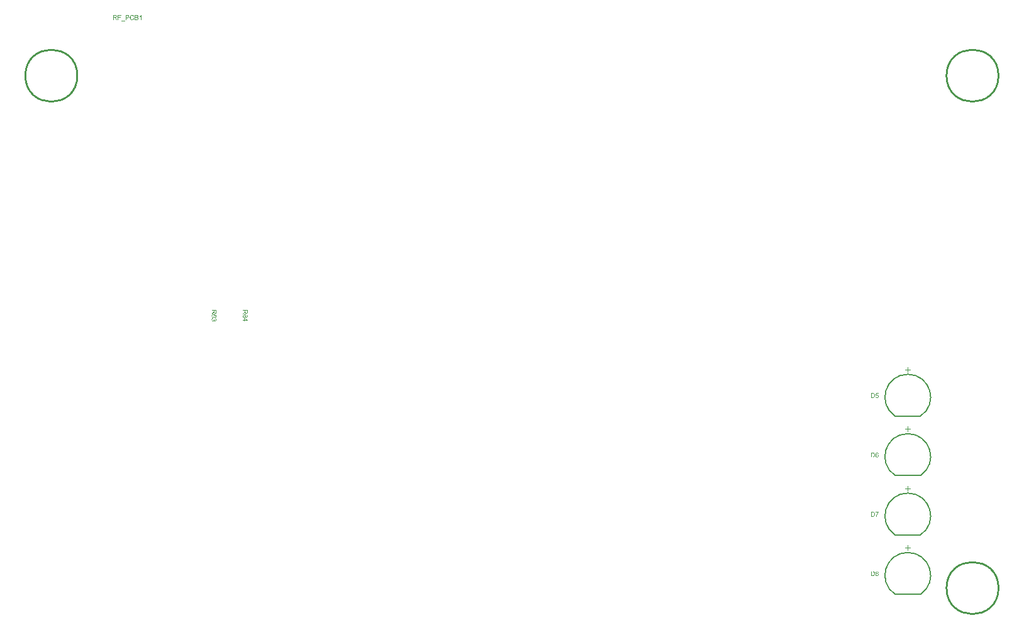
<source format=gto>
G04*
G04 #@! TF.GenerationSoftware,Altium Limited,Altium Designer,21.9.1 (22)*
G04*
G04 Layer_Color=65535*
%FSLAX25Y25*%
%MOIN*%
G70*
G04*
G04 #@! TF.SameCoordinates,3683F5DD-B2EF-4FE9-AD71-088996B23F6A*
G04*
G04*
G04 #@! TF.FilePolarity,Positive*
G04*
G01*
G75*
%ADD10C,0.00591*%
%ADD11C,0.01000*%
%ADD12C,0.00394*%
G36*
X1160620Y651353D02*
X1159612D01*
X1159477Y650672D01*
X1159481Y650676D01*
X1159488Y650679D01*
X1159499Y650687D01*
X1159517Y650698D01*
X1159539Y650708D01*
X1159565Y650723D01*
X1159623Y650752D01*
X1159696Y650781D01*
X1159776Y650807D01*
X1159863Y650825D01*
X1159907Y650832D01*
X1159987D01*
X1160009Y650829D01*
X1160038Y650825D01*
X1160071Y650821D01*
X1160107Y650814D01*
X1160147Y650803D01*
X1160235Y650778D01*
X1160282Y650759D01*
X1160329Y650734D01*
X1160376Y650708D01*
X1160424Y650679D01*
X1160467Y650643D01*
X1160511Y650603D01*
X1160515Y650599D01*
X1160522Y650592D01*
X1160533Y650581D01*
X1160548Y650563D01*
X1160566Y650537D01*
X1160584Y650512D01*
X1160606Y650479D01*
X1160628Y650443D01*
X1160646Y650403D01*
X1160668Y650359D01*
X1160686Y650308D01*
X1160704Y650257D01*
X1160719Y650203D01*
X1160730Y650141D01*
X1160737Y650079D01*
X1160740Y650013D01*
Y650010D01*
Y649999D01*
Y649980D01*
X1160737Y649955D01*
X1160733Y649926D01*
X1160730Y649893D01*
X1160722Y649853D01*
X1160715Y649813D01*
X1160693Y649718D01*
X1160657Y649620D01*
X1160635Y649569D01*
X1160606Y649522D01*
X1160577Y649471D01*
X1160540Y649424D01*
X1160537Y649420D01*
X1160529Y649409D01*
X1160515Y649394D01*
X1160497Y649376D01*
X1160471Y649354D01*
X1160442Y649325D01*
X1160406Y649300D01*
X1160365Y649271D01*
X1160322Y649241D01*
X1160271Y649216D01*
X1160216Y649191D01*
X1160158Y649165D01*
X1160096Y649147D01*
X1160027Y649132D01*
X1159954Y649121D01*
X1159878Y649118D01*
X1159845D01*
X1159820Y649121D01*
X1159790Y649125D01*
X1159758Y649129D01*
X1159718Y649132D01*
X1159678Y649143D01*
X1159587Y649165D01*
X1159496Y649198D01*
X1159448Y649220D01*
X1159401Y649245D01*
X1159357Y649274D01*
X1159313Y649307D01*
X1159310Y649311D01*
X1159303Y649314D01*
X1159295Y649329D01*
X1159281Y649343D01*
X1159263Y649362D01*
X1159244Y649383D01*
X1159223Y649413D01*
X1159204Y649445D01*
X1159182Y649478D01*
X1159161Y649518D01*
X1159121Y649606D01*
X1159088Y649707D01*
X1159077Y649762D01*
X1159070Y649820D01*
X1159394Y649846D01*
Y649842D01*
Y649835D01*
X1159397Y649824D01*
X1159401Y649806D01*
X1159412Y649766D01*
X1159426Y649711D01*
X1159448Y649656D01*
X1159477Y649595D01*
X1159514Y649540D01*
X1159557Y649489D01*
X1159565Y649485D01*
X1159579Y649471D01*
X1159608Y649453D01*
X1159648Y649431D01*
X1159692Y649409D01*
X1159747Y649391D01*
X1159809Y649376D01*
X1159878Y649372D01*
X1159900D01*
X1159914Y649376D01*
X1159958Y649380D01*
X1160009Y649394D01*
X1160071Y649413D01*
X1160133Y649442D01*
X1160198Y649485D01*
X1160227Y649511D01*
X1160256Y649540D01*
X1160260Y649544D01*
X1160264Y649547D01*
X1160271Y649558D01*
X1160282Y649569D01*
X1160307Y649609D01*
X1160336Y649660D01*
X1160362Y649722D01*
X1160387Y649798D01*
X1160406Y649889D01*
X1160413Y649937D01*
Y649988D01*
Y649991D01*
Y649999D01*
Y650013D01*
X1160409Y650031D01*
Y650053D01*
X1160406Y650079D01*
X1160395Y650137D01*
X1160376Y650206D01*
X1160351Y650275D01*
X1160314Y650341D01*
X1160264Y650403D01*
Y650406D01*
X1160256Y650410D01*
X1160238Y650428D01*
X1160205Y650454D01*
X1160162Y650483D01*
X1160103Y650508D01*
X1160038Y650534D01*
X1159962Y650552D01*
X1159918Y650559D01*
X1159849D01*
X1159820Y650556D01*
X1159783Y650552D01*
X1159739Y650541D01*
X1159696Y650530D01*
X1159648Y650512D01*
X1159601Y650490D01*
X1159597Y650486D01*
X1159583Y650479D01*
X1159561Y650461D01*
X1159532Y650443D01*
X1159503Y650417D01*
X1159474Y650385D01*
X1159441Y650352D01*
X1159416Y650312D01*
X1159124Y650352D01*
X1159368Y651648D01*
X1160620D01*
Y651353D01*
D02*
G37*
G36*
X1157690Y651677D02*
X1157763Y651673D01*
X1157836Y651666D01*
X1157909Y651655D01*
X1157970Y651644D01*
X1157974D01*
X1157981Y651640D01*
X1157992D01*
X1158007Y651633D01*
X1158047Y651622D01*
X1158098Y651604D01*
X1158156Y651578D01*
X1158218Y651546D01*
X1158280Y651509D01*
X1158338Y651462D01*
X1158342Y651458D01*
X1158345Y651455D01*
X1158356Y651444D01*
X1158371Y651433D01*
X1158407Y651396D01*
X1158451Y651345D01*
X1158498Y651284D01*
X1158549Y651211D01*
X1158597Y651127D01*
X1158636Y651032D01*
Y651029D01*
X1158640Y651021D01*
X1158647Y651007D01*
X1158651Y650985D01*
X1158662Y650960D01*
X1158669Y650931D01*
X1158677Y650898D01*
X1158687Y650858D01*
X1158698Y650818D01*
X1158706Y650770D01*
X1158724Y650668D01*
X1158735Y650556D01*
X1158738Y650432D01*
Y650428D01*
Y650421D01*
Y650403D01*
Y650385D01*
X1158735Y650359D01*
Y650330D01*
X1158731Y650261D01*
X1158720Y650181D01*
X1158709Y650097D01*
X1158691Y650010D01*
X1158669Y649922D01*
Y649919D01*
X1158666Y649911D01*
X1158662Y649900D01*
X1158658Y649886D01*
X1158644Y649846D01*
X1158622Y649795D01*
X1158600Y649736D01*
X1158571Y649678D01*
X1158535Y649616D01*
X1158498Y649558D01*
X1158494Y649551D01*
X1158480Y649533D01*
X1158458Y649507D01*
X1158429Y649474D01*
X1158396Y649438D01*
X1158356Y649402D01*
X1158316Y649362D01*
X1158269Y649329D01*
X1158262Y649325D01*
X1158247Y649314D01*
X1158222Y649300D01*
X1158185Y649282D01*
X1158142Y649260D01*
X1158090Y649241D01*
X1158032Y649220D01*
X1157967Y649201D01*
X1157959D01*
X1157948Y649198D01*
X1157938Y649194D01*
X1157901Y649191D01*
X1157850Y649183D01*
X1157792Y649176D01*
X1157723Y649169D01*
X1157646Y649165D01*
X1157563Y649161D01*
X1156656D01*
Y651680D01*
X1157625D01*
X1157690Y651677D01*
D02*
G37*
G36*
X1160021Y620182D02*
X1160047D01*
X1160076Y620179D01*
X1160145Y620164D01*
X1160222Y620146D01*
X1160302Y620117D01*
X1160382Y620073D01*
X1160422Y620048D01*
X1160458Y620018D01*
X1160462Y620015D01*
X1160466Y620011D01*
X1160476Y620000D01*
X1160487Y619989D01*
X1160506Y619971D01*
X1160520Y619949D01*
X1160560Y619898D01*
X1160600Y619833D01*
X1160637Y619753D01*
X1160669Y619662D01*
X1160691Y619560D01*
X1160382Y619534D01*
Y619538D01*
X1160378Y619542D01*
X1160375Y619563D01*
X1160364Y619596D01*
X1160349Y619636D01*
X1160335Y619680D01*
X1160313Y619724D01*
X1160287Y619764D01*
X1160262Y619796D01*
X1160254Y619804D01*
X1160240Y619818D01*
X1160214Y619840D01*
X1160178Y619865D01*
X1160131Y619887D01*
X1160080Y619909D01*
X1160018Y619924D01*
X1159952Y619931D01*
X1159927D01*
X1159898Y619927D01*
X1159865Y619920D01*
X1159821Y619909D01*
X1159778Y619895D01*
X1159734Y619876D01*
X1159690Y619847D01*
X1159683Y619844D01*
X1159665Y619829D01*
X1159639Y619804D01*
X1159607Y619767D01*
X1159570Y619724D01*
X1159530Y619672D01*
X1159494Y619607D01*
X1159457Y619534D01*
Y619531D01*
X1159454Y619523D01*
X1159450Y619512D01*
X1159443Y619498D01*
X1159439Y619476D01*
X1159432Y619451D01*
X1159425Y619421D01*
X1159417Y619385D01*
X1159406Y619345D01*
X1159399Y619301D01*
X1159392Y619254D01*
X1159388Y619203D01*
X1159381Y619145D01*
X1159377Y619087D01*
X1159374Y619021D01*
Y618956D01*
X1159377Y618959D01*
X1159392Y618981D01*
X1159417Y619010D01*
X1159450Y619046D01*
X1159486Y619090D01*
X1159534Y619130D01*
X1159585Y619170D01*
X1159643Y619207D01*
X1159647D01*
X1159650Y619210D01*
X1159672Y619221D01*
X1159705Y619232D01*
X1159748Y619250D01*
X1159799Y619265D01*
X1159858Y619276D01*
X1159920Y619287D01*
X1159985Y619290D01*
X1160014D01*
X1160036Y619287D01*
X1160065Y619283D01*
X1160094Y619279D01*
X1160131Y619272D01*
X1160167Y619261D01*
X1160251Y619236D01*
X1160295Y619217D01*
X1160338Y619192D01*
X1160382Y619167D01*
X1160429Y619137D01*
X1160473Y619101D01*
X1160513Y619061D01*
X1160517Y619057D01*
X1160524Y619050D01*
X1160535Y619039D01*
X1160546Y619021D01*
X1160564Y618996D01*
X1160582Y618970D01*
X1160600Y618937D01*
X1160622Y618901D01*
X1160644Y618861D01*
X1160662Y618817D01*
X1160680Y618766D01*
X1160699Y618715D01*
X1160709Y618661D01*
X1160720Y618599D01*
X1160728Y618537D01*
X1160731Y618471D01*
Y618468D01*
Y618460D01*
Y618449D01*
Y618431D01*
X1160728Y618409D01*
Y618388D01*
X1160717Y618329D01*
X1160706Y618260D01*
X1160688Y618187D01*
X1160662Y618107D01*
X1160626Y618031D01*
Y618027D01*
X1160622Y618024D01*
X1160615Y618013D01*
X1160608Y617998D01*
X1160586Y617962D01*
X1160553Y617914D01*
X1160513Y617864D01*
X1160466Y617812D01*
X1160407Y617762D01*
X1160345Y617718D01*
X1160342D01*
X1160338Y617714D01*
X1160327Y617707D01*
X1160313Y617703D01*
X1160276Y617685D01*
X1160229Y617667D01*
X1160167Y617645D01*
X1160098Y617630D01*
X1160021Y617616D01*
X1159938Y617612D01*
X1159920D01*
X1159901Y617616D01*
X1159872D01*
X1159840Y617620D01*
X1159803Y617627D01*
X1159759Y617638D01*
X1159716Y617649D01*
X1159665Y617663D01*
X1159614Y617682D01*
X1159563Y617703D01*
X1159508Y617732D01*
X1159457Y617765D01*
X1159406Y617802D01*
X1159355Y617845D01*
X1159308Y617896D01*
X1159304Y617900D01*
X1159297Y617911D01*
X1159286Y617925D01*
X1159272Y617951D01*
X1159250Y617984D01*
X1159232Y618020D01*
X1159210Y618067D01*
X1159188Y618118D01*
X1159163Y618180D01*
X1159141Y618249D01*
X1159122Y618326D01*
X1159104Y618409D01*
X1159086Y618504D01*
X1159075Y618606D01*
X1159068Y618715D01*
X1159064Y618832D01*
Y618835D01*
Y618839D01*
Y618850D01*
Y618864D01*
X1159068Y618901D01*
Y618952D01*
X1159072Y619010D01*
X1159079Y619079D01*
X1159086Y619156D01*
X1159097Y619239D01*
X1159111Y619323D01*
X1159130Y619414D01*
X1159152Y619501D01*
X1159177Y619589D01*
X1159210Y619672D01*
X1159246Y619753D01*
X1159286Y619829D01*
X1159334Y619895D01*
X1159337Y619898D01*
X1159344Y619906D01*
X1159359Y619920D01*
X1159377Y619942D01*
X1159399Y619964D01*
X1159428Y619986D01*
X1159465Y620015D01*
X1159501Y620040D01*
X1159545Y620066D01*
X1159592Y620095D01*
X1159647Y620117D01*
X1159701Y620142D01*
X1159763Y620160D01*
X1159829Y620175D01*
X1159898Y620182D01*
X1159971Y620186D01*
X1160000D01*
X1160021Y620182D01*
D02*
G37*
G36*
X1157699Y620171D02*
X1157772Y620168D01*
X1157845Y620160D01*
X1157918Y620149D01*
X1157979Y620139D01*
X1157983D01*
X1157990Y620135D01*
X1158001D01*
X1158016Y620127D01*
X1158056Y620117D01*
X1158107Y620098D01*
X1158165Y620073D01*
X1158227Y620040D01*
X1158289Y620004D01*
X1158347Y619956D01*
X1158351Y619953D01*
X1158354Y619949D01*
X1158365Y619938D01*
X1158380Y619927D01*
X1158416Y619891D01*
X1158460Y619840D01*
X1158507Y619778D01*
X1158558Y619705D01*
X1158606Y619622D01*
X1158646Y619527D01*
Y619523D01*
X1158649Y619516D01*
X1158657Y619501D01*
X1158660Y619480D01*
X1158671Y619454D01*
X1158678Y619425D01*
X1158686Y619392D01*
X1158697Y619352D01*
X1158708Y619312D01*
X1158715Y619265D01*
X1158733Y619163D01*
X1158744Y619050D01*
X1158747Y618926D01*
Y618923D01*
Y618915D01*
Y618897D01*
Y618879D01*
X1158744Y618854D01*
Y618824D01*
X1158740Y618755D01*
X1158729Y618675D01*
X1158718Y618591D01*
X1158700Y618504D01*
X1158678Y618417D01*
Y618413D01*
X1158675Y618406D01*
X1158671Y618395D01*
X1158667Y618380D01*
X1158653Y618340D01*
X1158631Y618289D01*
X1158609Y618231D01*
X1158580Y618173D01*
X1158544Y618111D01*
X1158507Y618053D01*
X1158504Y618045D01*
X1158489Y618027D01*
X1158467Y618002D01*
X1158438Y617969D01*
X1158405Y617933D01*
X1158365Y617896D01*
X1158325Y617856D01*
X1158278Y617823D01*
X1158271Y617820D01*
X1158256Y617809D01*
X1158231Y617794D01*
X1158194Y617776D01*
X1158151Y617754D01*
X1158100Y617736D01*
X1158041Y617714D01*
X1157976Y617696D01*
X1157969D01*
X1157958Y617692D01*
X1157947Y617689D01*
X1157910Y617685D01*
X1157859Y617678D01*
X1157801Y617670D01*
X1157732Y617663D01*
X1157656Y617660D01*
X1157572Y617656D01*
X1156665D01*
Y620175D01*
X1157634D01*
X1157699Y620171D01*
D02*
G37*
G36*
X1160731Y588482D02*
X1160728Y588478D01*
X1160720Y588471D01*
X1160706Y588456D01*
X1160691Y588435D01*
X1160669Y588409D01*
X1160640Y588380D01*
X1160611Y588343D01*
X1160578Y588300D01*
X1160546Y588256D01*
X1160506Y588205D01*
X1160466Y588147D01*
X1160426Y588089D01*
X1160382Y588023D01*
X1160338Y587954D01*
X1160295Y587878D01*
X1160251Y587801D01*
X1160247Y587797D01*
X1160240Y587783D01*
X1160229Y587761D01*
X1160211Y587728D01*
X1160193Y587688D01*
X1160171Y587645D01*
X1160145Y587594D01*
X1160120Y587535D01*
X1160091Y587470D01*
X1160058Y587404D01*
X1160029Y587332D01*
X1160000Y587255D01*
X1159941Y587099D01*
X1159887Y586931D01*
Y586928D01*
X1159883Y586917D01*
X1159880Y586898D01*
X1159872Y586877D01*
X1159865Y586847D01*
X1159858Y586811D01*
X1159847Y586771D01*
X1159840Y586727D01*
X1159829Y586676D01*
X1159818Y586622D01*
X1159799Y586505D01*
X1159781Y586378D01*
X1159770Y586240D01*
X1159454D01*
Y586243D01*
Y586254D01*
Y586269D01*
X1159457Y586291D01*
Y586320D01*
X1159461Y586356D01*
X1159465Y586396D01*
X1159468Y586440D01*
X1159476Y586491D01*
X1159483Y586542D01*
X1159494Y586604D01*
X1159505Y586665D01*
X1159516Y586731D01*
X1159530Y586804D01*
X1159566Y586953D01*
Y586957D01*
X1159570Y586971D01*
X1159577Y586993D01*
X1159588Y587026D01*
X1159599Y587062D01*
X1159614Y587106D01*
X1159628Y587157D01*
X1159650Y587212D01*
X1159672Y587273D01*
X1159694Y587335D01*
X1159748Y587473D01*
X1159814Y587619D01*
X1159887Y587765D01*
X1159890Y587768D01*
X1159898Y587783D01*
X1159909Y587801D01*
X1159923Y587830D01*
X1159941Y587863D01*
X1159967Y587903D01*
X1159992Y587947D01*
X1160021Y587994D01*
X1160091Y588100D01*
X1160163Y588209D01*
X1160247Y588322D01*
X1160335Y588427D01*
X1159101D01*
Y588726D01*
X1160731D01*
Y588482D01*
D02*
G37*
G36*
X1157699Y588755D02*
X1157772Y588751D01*
X1157845Y588744D01*
X1157918Y588733D01*
X1157979Y588722D01*
X1157983D01*
X1157990Y588718D01*
X1158001D01*
X1158016Y588711D01*
X1158056Y588700D01*
X1158107Y588682D01*
X1158165Y588657D01*
X1158227Y588624D01*
X1158289Y588587D01*
X1158347Y588540D01*
X1158351Y588536D01*
X1158354Y588533D01*
X1158365Y588522D01*
X1158380Y588511D01*
X1158416Y588475D01*
X1158460Y588424D01*
X1158507Y588362D01*
X1158558Y588289D01*
X1158606Y588205D01*
X1158646Y588110D01*
Y588107D01*
X1158649Y588100D01*
X1158657Y588085D01*
X1158660Y588063D01*
X1158671Y588038D01*
X1158678Y588009D01*
X1158686Y587976D01*
X1158697Y587936D01*
X1158708Y587896D01*
X1158715Y587849D01*
X1158733Y587747D01*
X1158744Y587634D01*
X1158747Y587510D01*
Y587506D01*
Y587499D01*
Y587481D01*
Y587463D01*
X1158744Y587437D01*
Y587408D01*
X1158740Y587339D01*
X1158729Y587259D01*
X1158718Y587175D01*
X1158700Y587088D01*
X1158678Y587000D01*
Y586997D01*
X1158675Y586989D01*
X1158671Y586978D01*
X1158667Y586964D01*
X1158653Y586924D01*
X1158631Y586873D01*
X1158609Y586815D01*
X1158580Y586757D01*
X1158544Y586695D01*
X1158507Y586636D01*
X1158504Y586629D01*
X1158489Y586611D01*
X1158467Y586585D01*
X1158438Y586553D01*
X1158405Y586516D01*
X1158365Y586480D01*
X1158325Y586440D01*
X1158278Y586407D01*
X1158271Y586403D01*
X1158256Y586392D01*
X1158231Y586378D01*
X1158194Y586360D01*
X1158151Y586338D01*
X1158100Y586320D01*
X1158041Y586298D01*
X1157976Y586280D01*
X1157969D01*
X1157958Y586276D01*
X1157947Y586272D01*
X1157910Y586269D01*
X1157859Y586261D01*
X1157801Y586254D01*
X1157732Y586247D01*
X1157656Y586243D01*
X1157572Y586240D01*
X1156665D01*
Y588759D01*
X1157634D01*
X1157699Y588755D01*
D02*
G37*
G36*
X1157697Y557271D02*
X1157770Y557268D01*
X1157843Y557260D01*
X1157916Y557249D01*
X1157978Y557238D01*
X1157981D01*
X1157989Y557235D01*
X1158000D01*
X1158014Y557228D01*
X1158054Y557217D01*
X1158105Y557198D01*
X1158163Y557173D01*
X1158225Y557140D01*
X1158287Y557104D01*
X1158345Y557057D01*
X1158349Y557053D01*
X1158353Y557049D01*
X1158364Y557038D01*
X1158378Y557027D01*
X1158414Y556991D01*
X1158458Y556940D01*
X1158506Y556878D01*
X1158556Y556805D01*
X1158604Y556722D01*
X1158644Y556627D01*
Y556623D01*
X1158647Y556616D01*
X1158655Y556601D01*
X1158658Y556580D01*
X1158669Y556554D01*
X1158677Y556525D01*
X1158684Y556492D01*
X1158695Y556452D01*
X1158706Y556412D01*
X1158713Y556365D01*
X1158731Y556263D01*
X1158742Y556150D01*
X1158746Y556026D01*
Y556023D01*
Y556015D01*
Y555997D01*
Y555979D01*
X1158742Y555954D01*
Y555924D01*
X1158738Y555855D01*
X1158727Y555775D01*
X1158717Y555691D01*
X1158698Y555604D01*
X1158677Y555517D01*
Y555513D01*
X1158673Y555506D01*
X1158669Y555495D01*
X1158666Y555480D01*
X1158651Y555440D01*
X1158629Y555389D01*
X1158607Y555331D01*
X1158578Y555273D01*
X1158542Y555211D01*
X1158506Y555153D01*
X1158502Y555145D01*
X1158487Y555127D01*
X1158465Y555102D01*
X1158436Y555069D01*
X1158403Y555033D01*
X1158364Y554996D01*
X1158323Y554956D01*
X1158276Y554923D01*
X1158269Y554920D01*
X1158254Y554909D01*
X1158229Y554894D01*
X1158192Y554876D01*
X1158149Y554854D01*
X1158098Y554836D01*
X1158039Y554814D01*
X1157974Y554796D01*
X1157967D01*
X1157956Y554792D01*
X1157945Y554789D01*
X1157909Y554785D01*
X1157858Y554778D01*
X1157799Y554771D01*
X1157730Y554763D01*
X1157654Y554760D01*
X1157570Y554756D01*
X1156664D01*
Y557275D01*
X1157632D01*
X1157697Y557271D01*
D02*
G37*
G36*
X1159951Y557282D02*
X1159980Y557278D01*
X1160012Y557275D01*
X1160049Y557271D01*
X1160085Y557260D01*
X1160173Y557238D01*
X1160260Y557206D01*
X1160304Y557184D01*
X1160347Y557158D01*
X1160387Y557126D01*
X1160427Y557093D01*
X1160431Y557089D01*
X1160435Y557086D01*
X1160446Y557075D01*
X1160460Y557060D01*
X1160475Y557038D01*
X1160493Y557016D01*
X1160529Y556962D01*
X1160566Y556893D01*
X1160598Y556813D01*
X1160624Y556722D01*
X1160628Y556674D01*
X1160631Y556623D01*
Y556620D01*
Y556616D01*
Y556594D01*
X1160628Y556561D01*
X1160620Y556521D01*
X1160609Y556470D01*
X1160591Y556419D01*
X1160569Y556368D01*
X1160537Y556318D01*
X1160533Y556310D01*
X1160518Y556296D01*
X1160497Y556274D01*
X1160467Y556245D01*
X1160427Y556212D01*
X1160380Y556179D01*
X1160326Y556146D01*
X1160260Y556117D01*
X1160264D01*
X1160271Y556114D01*
X1160282Y556110D01*
X1160296Y556103D01*
X1160340Y556085D01*
X1160391Y556059D01*
X1160446Y556023D01*
X1160504Y555983D01*
X1160558Y555932D01*
X1160609Y555873D01*
Y555870D01*
X1160613Y555866D01*
X1160628Y555844D01*
X1160649Y555808D01*
X1160671Y555761D01*
X1160693Y555702D01*
X1160715Y555633D01*
X1160730Y555557D01*
X1160733Y555473D01*
Y555469D01*
Y555458D01*
Y555440D01*
X1160730Y555418D01*
X1160726Y555393D01*
X1160722Y555360D01*
X1160715Y555324D01*
X1160704Y555284D01*
X1160678Y555200D01*
X1160660Y555153D01*
X1160635Y555109D01*
X1160609Y555062D01*
X1160580Y555018D01*
X1160544Y554974D01*
X1160504Y554931D01*
X1160500Y554927D01*
X1160493Y554920D01*
X1160482Y554909D01*
X1160464Y554898D01*
X1160438Y554880D01*
X1160413Y554861D01*
X1160380Y554843D01*
X1160344Y554821D01*
X1160304Y554800D01*
X1160256Y554781D01*
X1160205Y554763D01*
X1160154Y554745D01*
X1160096Y554734D01*
X1160034Y554723D01*
X1159972Y554716D01*
X1159903Y554712D01*
X1159867D01*
X1159841Y554716D01*
X1159809Y554720D01*
X1159772Y554723D01*
X1159732Y554731D01*
X1159688Y554741D01*
X1159590Y554767D01*
X1159539Y554785D01*
X1159492Y554803D01*
X1159441Y554829D01*
X1159390Y554858D01*
X1159343Y554891D01*
X1159299Y554931D01*
X1159295Y554934D01*
X1159288Y554942D01*
X1159277Y554952D01*
X1159263Y554971D01*
X1159248Y554993D01*
X1159226Y555018D01*
X1159208Y555047D01*
X1159186Y555084D01*
X1159164Y555120D01*
X1159146Y555164D01*
X1159110Y555255D01*
X1159095Y555309D01*
X1159084Y555364D01*
X1159077Y555422D01*
X1159073Y555480D01*
Y555484D01*
Y555491D01*
Y555506D01*
X1159077Y555520D01*
Y555542D01*
X1159081Y555568D01*
X1159088Y555626D01*
X1159102Y555691D01*
X1159124Y555757D01*
X1159157Y555826D01*
X1159197Y555892D01*
Y555895D01*
X1159204Y555899D01*
X1159219Y555917D01*
X1159248Y555946D01*
X1159288Y555983D01*
X1159339Y556019D01*
X1159401Y556059D01*
X1159470Y556092D01*
X1159554Y556117D01*
X1159550D01*
X1159546Y556121D01*
X1159536Y556125D01*
X1159521Y556132D01*
X1159488Y556146D01*
X1159445Y556168D01*
X1159397Y556197D01*
X1159350Y556234D01*
X1159306Y556274D01*
X1159266Y556318D01*
X1159263Y556325D01*
X1159252Y556339D01*
X1159237Y556368D01*
X1159223Y556405D01*
X1159204Y556452D01*
X1159190Y556507D01*
X1159179Y556569D01*
X1159175Y556634D01*
Y556638D01*
Y556645D01*
Y556660D01*
X1159179Y556681D01*
X1159182Y556703D01*
X1159186Y556733D01*
X1159201Y556794D01*
X1159223Y556867D01*
X1159259Y556944D01*
X1159281Y556984D01*
X1159306Y557024D01*
X1159339Y557060D01*
X1159372Y557096D01*
X1159375Y557100D01*
X1159383Y557104D01*
X1159394Y557115D01*
X1159408Y557126D01*
X1159426Y557140D01*
X1159452Y557155D01*
X1159481Y557173D01*
X1159510Y557191D01*
X1159546Y557209D01*
X1159587Y557228D01*
X1159630Y557242D01*
X1159678Y557257D01*
X1159779Y557278D01*
X1159838Y557282D01*
X1159896Y557286D01*
X1159929D01*
X1159951Y557282D01*
D02*
G37*
G36*
X826343Y694578D02*
X826340Y694549D01*
Y694516D01*
X826336Y694440D01*
X826325Y694360D01*
X826314Y694273D01*
X826296Y694192D01*
X826285Y694152D01*
X826274Y694120D01*
Y694116D01*
X826270Y694112D01*
X826260Y694091D01*
X826245Y694058D01*
X826219Y694018D01*
X826187Y693974D01*
X826143Y693927D01*
X826092Y693883D01*
X826034Y693839D01*
X826030D01*
X826027Y693836D01*
X826005Y693821D01*
X825968Y693807D01*
X825921Y693785D01*
X825866Y693767D01*
X825801Y693748D01*
X825732Y693737D01*
X825655Y693734D01*
X825652D01*
X825644D01*
X825630D01*
X825612Y693737D01*
X825586D01*
X825561Y693741D01*
X825499Y693756D01*
X825426Y693778D01*
X825350Y693807D01*
X825273Y693850D01*
X825237Y693879D01*
X825200Y693909D01*
X825197Y693912D01*
X825193Y693916D01*
X825182Y693927D01*
X825171Y693941D01*
X825157Y693960D01*
X825142Y693981D01*
X825124Y694010D01*
X825102Y694040D01*
X825084Y694076D01*
X825066Y694116D01*
X825044Y694160D01*
X825025Y694207D01*
X825011Y694262D01*
X824993Y694316D01*
X824982Y694378D01*
X824971Y694444D01*
X824967Y694436D01*
X824960Y694422D01*
X824945Y694400D01*
X824931Y694371D01*
X824891Y694305D01*
X824865Y694273D01*
X824844Y694243D01*
X824836Y694236D01*
X824818Y694218D01*
X824789Y694189D01*
X824753Y694152D01*
X824702Y694112D01*
X824647Y694065D01*
X824581Y694018D01*
X824509Y693967D01*
X823824Y693534D01*
Y693949D01*
X824349Y694280D01*
X824352D01*
X824359Y694287D01*
X824370Y694294D01*
X824385Y694305D01*
X824425Y694331D01*
X824476Y694363D01*
X824531Y694404D01*
X824589Y694444D01*
X824643Y694484D01*
X824694Y694520D01*
X824698Y694524D01*
X824712Y694535D01*
X824734Y694553D01*
X824760Y694578D01*
X824814Y694633D01*
X824840Y694662D01*
X824862Y694691D01*
X824865Y694695D01*
X824869Y694702D01*
X824876Y694717D01*
X824887Y694738D01*
X824898Y694760D01*
X824909Y694786D01*
X824927Y694844D01*
Y694848D01*
X824931Y694855D01*
Y694870D01*
X824934Y694888D01*
X824938Y694913D01*
Y694942D01*
X824942Y694982D01*
Y695412D01*
X823824D01*
Y695747D01*
X826343D01*
Y694578D01*
D02*
G37*
G36*
X825069Y693348D02*
X825120D01*
X825178Y693344D01*
X825248Y693337D01*
X825324Y693330D01*
X825408Y693319D01*
X825491Y693304D01*
X825582Y693286D01*
X825670Y693264D01*
X825757Y693239D01*
X825841Y693206D01*
X825921Y693170D01*
X825997Y693130D01*
X826063Y693082D01*
X826067Y693079D01*
X826074Y693071D01*
X826088Y693057D01*
X826110Y693039D01*
X826132Y693017D01*
X826154Y692988D01*
X826183Y692951D01*
X826208Y692915D01*
X826234Y692871D01*
X826263Y692824D01*
X826285Y692769D01*
X826310Y692715D01*
X826329Y692653D01*
X826343Y692587D01*
X826350Y692518D01*
X826354Y692445D01*
Y692416D01*
X826350Y692394D01*
Y692369D01*
X826347Y692340D01*
X826332Y692271D01*
X826314Y692194D01*
X826285Y692114D01*
X826241Y692034D01*
X826216Y691994D01*
X826187Y691958D01*
X826183Y691954D01*
X826179Y691950D01*
X826169Y691939D01*
X826158Y691928D01*
X826139Y691910D01*
X826118Y691896D01*
X826067Y691856D01*
X826001Y691816D01*
X825921Y691779D01*
X825830Y691746D01*
X825728Y691724D01*
X825703Y692034D01*
X825706D01*
X825710Y692038D01*
X825732Y692041D01*
X825764Y692052D01*
X825805Y692067D01*
X825848Y692081D01*
X825892Y692103D01*
X825932Y692129D01*
X825965Y692154D01*
X825972Y692161D01*
X825986Y692176D01*
X826008Y692201D01*
X826034Y692238D01*
X826056Y692285D01*
X826077Y692336D01*
X826092Y692398D01*
X826099Y692463D01*
Y692489D01*
X826096Y692518D01*
X826088Y692551D01*
X826077Y692594D01*
X826063Y692638D01*
X826045Y692682D01*
X826016Y692726D01*
X826012Y692733D01*
X825997Y692751D01*
X825972Y692776D01*
X825935Y692809D01*
X825892Y692846D01*
X825841Y692886D01*
X825775Y692922D01*
X825703Y692958D01*
X825699D01*
X825692Y692962D01*
X825681Y692966D01*
X825666Y692973D01*
X825644Y692977D01*
X825619Y692984D01*
X825590Y692991D01*
X825553Y692999D01*
X825513Y693009D01*
X825470Y693017D01*
X825422Y693024D01*
X825371Y693028D01*
X825313Y693035D01*
X825255Y693039D01*
X825189Y693042D01*
X825124D01*
X825127Y693039D01*
X825149Y693024D01*
X825178Y692999D01*
X825215Y692966D01*
X825259Y692929D01*
X825299Y692882D01*
X825339Y692831D01*
X825375Y692773D01*
Y692769D01*
X825379Y692766D01*
X825389Y692744D01*
X825400Y692711D01*
X825419Y692667D01*
X825433Y692616D01*
X825444Y692558D01*
X825455Y692496D01*
X825459Y692431D01*
Y692402D01*
X825455Y692380D01*
X825451Y692351D01*
X825448Y692321D01*
X825441Y692285D01*
X825430Y692249D01*
X825404Y692165D01*
X825386Y692121D01*
X825360Y692078D01*
X825335Y692034D01*
X825306Y691987D01*
X825269Y691943D01*
X825229Y691903D01*
X825226Y691899D01*
X825218Y691892D01*
X825208Y691881D01*
X825189Y691870D01*
X825164Y691852D01*
X825138Y691834D01*
X825106Y691816D01*
X825069Y691794D01*
X825029Y691772D01*
X824986Y691754D01*
X824934Y691735D01*
X824884Y691717D01*
X824829Y691706D01*
X824767Y691695D01*
X824705Y691688D01*
X824640Y691684D01*
X824636D01*
X824629D01*
X824618D01*
X824600D01*
X824578Y691688D01*
X824556D01*
X824498Y691699D01*
X824429Y691710D01*
X824356Y691728D01*
X824276Y691754D01*
X824199Y691790D01*
X824196D01*
X824192Y691794D01*
X824181Y691801D01*
X824166Y691808D01*
X824130Y691830D01*
X824083Y691863D01*
X824032Y691903D01*
X823981Y691950D01*
X823930Y692008D01*
X823886Y692070D01*
Y692074D01*
X823883Y692078D01*
X823875Y692089D01*
X823872Y692103D01*
X823853Y692139D01*
X823835Y692187D01*
X823813Y692249D01*
X823799Y692318D01*
X823784Y692394D01*
X823781Y692478D01*
Y692496D01*
X823784Y692514D01*
Y692544D01*
X823788Y692576D01*
X823795Y692613D01*
X823806Y692656D01*
X823817Y692700D01*
X823832Y692751D01*
X823850Y692802D01*
X823872Y692853D01*
X823901Y692907D01*
X823934Y692958D01*
X823970Y693009D01*
X824014Y693060D01*
X824065Y693108D01*
X824068Y693111D01*
X824079Y693119D01*
X824094Y693130D01*
X824119Y693144D01*
X824152Y693166D01*
X824188Y693184D01*
X824236Y693206D01*
X824287Y693228D01*
X824349Y693253D01*
X824418Y693275D01*
X824494Y693293D01*
X824578Y693312D01*
X824672Y693330D01*
X824774Y693341D01*
X824884Y693348D01*
X825000Y693352D01*
X825004D01*
X825007D01*
X825018D01*
X825033D01*
X825069Y693348D01*
D02*
G37*
G36*
X826343Y690330D02*
Y690079D01*
X824712D01*
Y689737D01*
X824429D01*
Y690079D01*
X823824D01*
Y690389D01*
X824429D01*
Y691484D01*
X824712D01*
X826343Y690330D01*
D02*
G37*
G36*
X809819Y694632D02*
X809815Y694602D01*
Y694570D01*
X809812Y694493D01*
X809801Y694413D01*
X809790Y694326D01*
X809772Y694246D01*
X809761Y694206D01*
X809750Y694173D01*
Y694169D01*
X809746Y694166D01*
X809735Y694144D01*
X809721Y694111D01*
X809695Y694071D01*
X809662Y694027D01*
X809619Y693980D01*
X809568Y693936D01*
X809509Y693893D01*
X809506D01*
X809502Y693889D01*
X809480Y693874D01*
X809444Y693860D01*
X809397Y693838D01*
X809342Y693820D01*
X809276Y693802D01*
X809207Y693791D01*
X809131Y693787D01*
X809127D01*
X809120D01*
X809105D01*
X809087Y693791D01*
X809062D01*
X809036Y693794D01*
X808974Y693809D01*
X808902Y693831D01*
X808825Y693860D01*
X808749Y693904D01*
X808712Y693933D01*
X808676Y693962D01*
X808672Y693965D01*
X808669Y693969D01*
X808658Y693980D01*
X808647Y693995D01*
X808632Y694013D01*
X808618Y694035D01*
X808599Y694064D01*
X808578Y694093D01*
X808559Y694129D01*
X808541Y694169D01*
X808519Y694213D01*
X808501Y694260D01*
X808487Y694315D01*
X808468Y694370D01*
X808457Y694431D01*
X808447Y694497D01*
X808443Y694490D01*
X808436Y694475D01*
X808421Y694453D01*
X808407Y694424D01*
X808366Y694359D01*
X808341Y694326D01*
X808319Y694297D01*
X808312Y694289D01*
X808294Y694271D01*
X808265Y694242D01*
X808228Y694206D01*
X808177Y694166D01*
X808123Y694118D01*
X808057Y694071D01*
X807984Y694020D01*
X807300Y693587D01*
Y694002D01*
X807824Y694333D01*
X807828D01*
X807835Y694340D01*
X807846Y694348D01*
X807861Y694359D01*
X807901Y694384D01*
X807952Y694417D01*
X808006Y694457D01*
X808064Y694497D01*
X808119Y694537D01*
X808170Y694573D01*
X808174Y694577D01*
X808188Y694588D01*
X808210Y694606D01*
X808235Y694632D01*
X808290Y694686D01*
X808316Y694715D01*
X808337Y694744D01*
X808341Y694748D01*
X808345Y694755D01*
X808352Y694770D01*
X808363Y694792D01*
X808374Y694814D01*
X808385Y694839D01*
X808403Y694897D01*
Y694901D01*
X808407Y694908D01*
Y694923D01*
X808410Y694941D01*
X808414Y694966D01*
Y694996D01*
X808418Y695036D01*
Y695465D01*
X807300D01*
Y695800D01*
X809819D01*
Y694632D01*
D02*
G37*
G36*
X808545Y693401D02*
X808596D01*
X808654Y693398D01*
X808723Y693390D01*
X808800Y693383D01*
X808883Y693372D01*
X808967Y693358D01*
X809058Y693339D01*
X809146Y693318D01*
X809233Y693292D01*
X809317Y693259D01*
X809397Y693223D01*
X809473Y693183D01*
X809539Y693135D01*
X809542Y693132D01*
X809550Y693125D01*
X809564Y693110D01*
X809586Y693092D01*
X809608Y693070D01*
X809630Y693041D01*
X809659Y693005D01*
X809684Y692968D01*
X809710Y692924D01*
X809739Y692877D01*
X809761Y692823D01*
X809786Y692768D01*
X809804Y692706D01*
X809819Y692640D01*
X809826Y692571D01*
X809830Y692498D01*
Y692469D01*
X809826Y692448D01*
Y692422D01*
X809822Y692393D01*
X809808Y692324D01*
X809790Y692247D01*
X809761Y692167D01*
X809717Y692087D01*
X809692Y692047D01*
X809662Y692011D01*
X809659Y692007D01*
X809655Y692003D01*
X809644Y691993D01*
X809633Y691982D01*
X809615Y691963D01*
X809593Y691949D01*
X809542Y691909D01*
X809477Y691869D01*
X809397Y691832D01*
X809306Y691800D01*
X809204Y691778D01*
X809178Y692087D01*
X809182D01*
X809186Y692091D01*
X809207Y692095D01*
X809240Y692105D01*
X809280Y692120D01*
X809324Y692135D01*
X809367Y692156D01*
X809408Y692182D01*
X809440Y692207D01*
X809448Y692215D01*
X809462Y692229D01*
X809484Y692255D01*
X809509Y692291D01*
X809531Y692338D01*
X809553Y692389D01*
X809568Y692451D01*
X809575Y692517D01*
Y692542D01*
X809571Y692571D01*
X809564Y692604D01*
X809553Y692648D01*
X809539Y692691D01*
X809520Y692735D01*
X809491Y692779D01*
X809488Y692786D01*
X809473Y692804D01*
X809448Y692830D01*
X809411Y692863D01*
X809367Y692899D01*
X809317Y692939D01*
X809251Y692975D01*
X809178Y693012D01*
X809175D01*
X809167Y693015D01*
X809156Y693019D01*
X809142Y693026D01*
X809120Y693030D01*
X809095Y693037D01*
X809065Y693045D01*
X809029Y693052D01*
X808989Y693063D01*
X808945Y693070D01*
X808898Y693077D01*
X808847Y693081D01*
X808789Y693088D01*
X808731Y693092D01*
X808665Y693095D01*
X808599D01*
X808603Y693092D01*
X808625Y693077D01*
X808654Y693052D01*
X808690Y693019D01*
X808734Y692983D01*
X808774Y692935D01*
X808814Y692884D01*
X808851Y692826D01*
Y692823D01*
X808854Y692819D01*
X808865Y692797D01*
X808876Y692764D01*
X808894Y692721D01*
X808909Y692670D01*
X808920Y692611D01*
X808931Y692550D01*
X808934Y692484D01*
Y692455D01*
X808931Y692433D01*
X808927Y692404D01*
X808923Y692375D01*
X808916Y692338D01*
X808905Y692302D01*
X808880Y692218D01*
X808862Y692175D01*
X808836Y692131D01*
X808811Y692087D01*
X808782Y692040D01*
X808745Y691996D01*
X808705Y691956D01*
X808701Y691953D01*
X808694Y691945D01*
X808683Y691934D01*
X808665Y691923D01*
X808640Y691905D01*
X808614Y691887D01*
X808581Y691869D01*
X808545Y691847D01*
X808505Y691825D01*
X808461Y691807D01*
X808410Y691789D01*
X808359Y691771D01*
X808305Y691760D01*
X808243Y691749D01*
X808181Y691741D01*
X808115Y691738D01*
X808112D01*
X808104D01*
X808093D01*
X808075D01*
X808053Y691741D01*
X808032D01*
X807973Y691752D01*
X807904Y691763D01*
X807831Y691781D01*
X807751Y691807D01*
X807675Y691843D01*
X807671D01*
X807668Y691847D01*
X807657Y691854D01*
X807642Y691861D01*
X807606Y691883D01*
X807558Y691916D01*
X807508Y691956D01*
X807456Y692003D01*
X807406Y692062D01*
X807362Y692124D01*
Y692127D01*
X807358Y692131D01*
X807351Y692142D01*
X807347Y692156D01*
X807329Y692193D01*
X807311Y692240D01*
X807289Y692302D01*
X807275Y692371D01*
X807260Y692448D01*
X807256Y692531D01*
Y692550D01*
X807260Y692568D01*
Y692597D01*
X807264Y692630D01*
X807271Y692666D01*
X807282Y692710D01*
X807293Y692753D01*
X807307Y692804D01*
X807325Y692855D01*
X807347Y692906D01*
X807376Y692961D01*
X807409Y693012D01*
X807446Y693063D01*
X807489Y693114D01*
X807540Y693161D01*
X807544Y693165D01*
X807555Y693172D01*
X807569Y693183D01*
X807595Y693197D01*
X807628Y693219D01*
X807664Y693237D01*
X807711Y693259D01*
X807762Y693281D01*
X807824Y693307D01*
X807893Y693328D01*
X807970Y693347D01*
X808053Y693365D01*
X808148Y693383D01*
X808250Y693394D01*
X808359Y693401D01*
X808476Y693405D01*
X808479D01*
X808483D01*
X808494D01*
X808508D01*
X808545Y693401D01*
D02*
G37*
G36*
X808006Y691119D02*
X808002D01*
X807995Y691115D01*
X807981Y691112D01*
X807963Y691108D01*
X807941Y691104D01*
X807915Y691097D01*
X807861Y691079D01*
X807795Y691053D01*
X807733Y691021D01*
X807675Y690984D01*
X807624Y690941D01*
X807620Y690933D01*
X807606Y690919D01*
X807588Y690890D01*
X807569Y690853D01*
X807547Y690810D01*
X807529Y690755D01*
X807515Y690693D01*
X807511Y690628D01*
Y690606D01*
X807515Y690591D01*
X807518Y690551D01*
X807529Y690500D01*
X807547Y690442D01*
X807573Y690380D01*
X807609Y690318D01*
X807660Y690260D01*
X807668Y690253D01*
X807689Y690234D01*
X807722Y690213D01*
X807766Y690183D01*
X807821Y690154D01*
X807882Y690133D01*
X807955Y690114D01*
X808035Y690107D01*
X808039D01*
X808046D01*
X808057D01*
X808072Y690111D01*
X808112Y690114D01*
X808159Y690125D01*
X808217Y690140D01*
X808276Y690165D01*
X808334Y690202D01*
X808388Y690249D01*
X808396Y690256D01*
X808410Y690274D01*
X808432Y690304D01*
X808457Y690344D01*
X808483Y690395D01*
X808505Y690456D01*
X808519Y690526D01*
X808527Y690602D01*
Y690635D01*
X808523Y690660D01*
X808519Y690693D01*
X808512Y690730D01*
X808505Y690773D01*
X808494Y690821D01*
X808767Y690784D01*
Y690766D01*
X808763Y690751D01*
Y690704D01*
X808771Y690664D01*
X808778Y690617D01*
X808789Y690562D01*
X808807Y690500D01*
X808832Y690442D01*
X808865Y690380D01*
Y690376D01*
X808869Y690373D01*
X808883Y690355D01*
X808909Y690329D01*
X808942Y690300D01*
X808989Y690271D01*
X809044Y690245D01*
X809105Y690227D01*
X809142Y690220D01*
X809182D01*
X809186D01*
X809189D01*
X809211D01*
X809240Y690227D01*
X809280Y690234D01*
X809324Y690249D01*
X809371Y690267D01*
X809418Y690296D01*
X809462Y690336D01*
X809466Y690340D01*
X809480Y690358D01*
X809499Y690384D01*
X809520Y690416D01*
X809539Y690460D01*
X809557Y690511D01*
X809571Y690569D01*
X809575Y690635D01*
Y690664D01*
X809568Y690697D01*
X809560Y690740D01*
X809546Y690788D01*
X809528Y690835D01*
X809499Y690886D01*
X809462Y690933D01*
X809459Y690937D01*
X809440Y690951D01*
X809415Y690973D01*
X809378Y690999D01*
X809331Y691024D01*
X809273Y691050D01*
X809204Y691072D01*
X809124Y691086D01*
X809178Y691396D01*
X809182D01*
X809193Y691392D01*
X809207Y691388D01*
X809229Y691385D01*
X809255Y691377D01*
X809284Y691366D01*
X809353Y691345D01*
X809433Y691308D01*
X809513Y691265D01*
X809590Y691210D01*
X809659Y691141D01*
X809662Y691137D01*
X809666Y691130D01*
X809673Y691119D01*
X809684Y691104D01*
X809699Y691086D01*
X809713Y691061D01*
X809728Y691035D01*
X809746Y691003D01*
X809775Y690930D01*
X809804Y690846D01*
X809822Y690748D01*
X809830Y690697D01*
Y690606D01*
X809826Y690566D01*
X809819Y690518D01*
X809808Y690460D01*
X809790Y690395D01*
X809768Y690329D01*
X809739Y690264D01*
Y690260D01*
X809735Y690256D01*
X809724Y690234D01*
X809702Y690202D01*
X809677Y690165D01*
X809641Y690122D01*
X809601Y690078D01*
X809553Y690034D01*
X809499Y689998D01*
X809491Y689994D01*
X809473Y689983D01*
X809440Y689969D01*
X809400Y689951D01*
X809353Y689932D01*
X809298Y689918D01*
X809237Y689907D01*
X809175Y689903D01*
X809167D01*
X809146D01*
X809116Y689907D01*
X809076Y689914D01*
X809029Y689925D01*
X808978Y689943D01*
X808927Y689965D01*
X808876Y689994D01*
X808869Y689998D01*
X808854Y690009D01*
X808829Y690031D01*
X808800Y690060D01*
X808767Y690096D01*
X808731Y690140D01*
X808698Y690191D01*
X808665Y690253D01*
Y690249D01*
X808661Y690242D01*
X808658Y690231D01*
X808654Y690216D01*
X808640Y690176D01*
X808618Y690125D01*
X808589Y690067D01*
X808552Y690009D01*
X808505Y689954D01*
X808450Y689903D01*
X808443Y689900D01*
X808421Y689885D01*
X808385Y689863D01*
X808337Y689841D01*
X808279Y689819D01*
X808210Y689798D01*
X808130Y689783D01*
X808043Y689779D01*
X808039D01*
X808028D01*
X808010D01*
X807988Y689783D01*
X807959Y689787D01*
X807926Y689794D01*
X807890Y689801D01*
X807850Y689809D01*
X807762Y689838D01*
X807715Y689859D01*
X807671Y689881D01*
X807624Y689911D01*
X807577Y689943D01*
X807529Y689980D01*
X807486Y690023D01*
X807482Y690027D01*
X807475Y690034D01*
X807464Y690049D01*
X807449Y690067D01*
X807431Y690089D01*
X807413Y690118D01*
X807391Y690151D01*
X807373Y690191D01*
X807351Y690231D01*
X807329Y690278D01*
X807311Y690325D01*
X807293Y690380D01*
X807278Y690438D01*
X807267Y690500D01*
X807260Y690562D01*
X807256Y690631D01*
Y690664D01*
X807260Y690686D01*
X807264Y690715D01*
X807267Y690748D01*
X807275Y690784D01*
X807282Y690824D01*
X807304Y690911D01*
X807340Y691003D01*
X807362Y691050D01*
X807387Y691093D01*
X807420Y691137D01*
X807453Y691181D01*
X807456Y691185D01*
X807464Y691192D01*
X807475Y691203D01*
X807489Y691214D01*
X807508Y691232D01*
X807533Y691250D01*
X807558Y691272D01*
X807591Y691294D01*
X807628Y691316D01*
X807664Y691337D01*
X807751Y691377D01*
X807853Y691410D01*
X807908Y691421D01*
X807966Y691428D01*
X808006Y691119D01*
D02*
G37*
G36*
X765184Y852127D02*
X765217Y852123D01*
X765257Y852120D01*
X765297Y852116D01*
X765345Y852105D01*
X765443Y852083D01*
X765552Y852051D01*
X765607Y852029D01*
X765658Y852003D01*
X765709Y851971D01*
X765760Y851938D01*
X765763Y851934D01*
X765770Y851931D01*
X765785Y851920D01*
X765803Y851901D01*
X765822Y851883D01*
X765847Y851858D01*
X765872Y851829D01*
X765902Y851799D01*
X765931Y851763D01*
X765960Y851719D01*
X765993Y851676D01*
X766022Y851628D01*
X766047Y851574D01*
X766076Y851519D01*
X766098Y851461D01*
X766120Y851395D01*
X765792Y851319D01*
Y851323D01*
X765789Y851330D01*
X765781Y851344D01*
X765774Y851363D01*
X765767Y851385D01*
X765756Y851414D01*
X765727Y851472D01*
X765691Y851537D01*
X765647Y851603D01*
X765592Y851665D01*
X765534Y851719D01*
X765527Y851727D01*
X765505Y851741D01*
X765468Y851759D01*
X765421Y851785D01*
X765359Y851807D01*
X765290Y851829D01*
X765206Y851843D01*
X765115Y851847D01*
X765086D01*
X765068Y851843D01*
X765042D01*
X765013Y851840D01*
X764944Y851829D01*
X764868Y851814D01*
X764788Y851789D01*
X764704Y851752D01*
X764628Y851705D01*
X764624D01*
X764620Y851698D01*
X764595Y851679D01*
X764562Y851650D01*
X764522Y851607D01*
X764475Y851552D01*
X764431Y851490D01*
X764391Y851414D01*
X764355Y851330D01*
Y851326D01*
X764351Y851319D01*
X764347Y851308D01*
X764344Y851290D01*
X764336Y851268D01*
X764329Y851243D01*
X764318Y851181D01*
X764304Y851108D01*
X764289Y851028D01*
X764282Y850940D01*
X764278Y850846D01*
Y850842D01*
Y850831D01*
Y850813D01*
Y850791D01*
X764282Y850766D01*
Y850733D01*
X764285Y850697D01*
X764289Y850657D01*
X764300Y850569D01*
X764318Y850474D01*
X764340Y850380D01*
X764369Y850285D01*
Y850282D01*
X764373Y850274D01*
X764380Y850263D01*
X764387Y850245D01*
X764409Y850202D01*
X764442Y850151D01*
X764482Y850092D01*
X764533Y850030D01*
X764591Y849976D01*
X764660Y849925D01*
X764664D01*
X764671Y849921D01*
X764682Y849914D01*
X764697Y849907D01*
X764715Y849899D01*
X764737Y849889D01*
X764788Y849867D01*
X764853Y849845D01*
X764926Y849827D01*
X765006Y849812D01*
X765090Y849808D01*
X765115D01*
X765137Y849812D01*
X765163D01*
X765188Y849816D01*
X765254Y849830D01*
X765330Y849848D01*
X765407Y849878D01*
X765487Y849918D01*
X765527Y849939D01*
X765563Y849969D01*
X765567Y849972D01*
X765570Y849976D01*
X765581Y849987D01*
X765596Y849998D01*
X765610Y850016D01*
X765629Y850038D01*
X765650Y850060D01*
X765669Y850089D01*
X765691Y850121D01*
X765716Y850158D01*
X765738Y850194D01*
X765760Y850238D01*
X765778Y850285D01*
X765796Y850336D01*
X765814Y850391D01*
X765829Y850449D01*
X766164Y850365D01*
Y850362D01*
X766160Y850347D01*
X766153Y850325D01*
X766142Y850296D01*
X766131Y850263D01*
X766116Y850223D01*
X766098Y850180D01*
X766076Y850132D01*
X766025Y850030D01*
X765960Y849928D01*
X765920Y849878D01*
X765880Y849827D01*
X765836Y849783D01*
X765785Y849739D01*
X765781Y849736D01*
X765774Y849728D01*
X765756Y849721D01*
X765738Y849706D01*
X765709Y849688D01*
X765680Y849670D01*
X765639Y849652D01*
X765599Y849634D01*
X765552Y849612D01*
X765501Y849594D01*
X765447Y849575D01*
X765388Y849557D01*
X765326Y849543D01*
X765261Y849535D01*
X765192Y849528D01*
X765119Y849524D01*
X765079D01*
X765050Y849528D01*
X765017D01*
X764977Y849532D01*
X764933Y849539D01*
X764882Y849546D01*
X764777Y849564D01*
X764668Y849594D01*
X764558Y849634D01*
X764507Y849659D01*
X764457Y849688D01*
X764453Y849692D01*
X764446Y849696D01*
X764431Y849706D01*
X764417Y849721D01*
X764395Y849736D01*
X764369Y849757D01*
X764340Y849783D01*
X764311Y849812D01*
X764282Y849845D01*
X764249Y849878D01*
X764184Y849961D01*
X764122Y850060D01*
X764067Y850169D01*
Y850172D01*
X764060Y850183D01*
X764056Y850202D01*
X764045Y850223D01*
X764038Y850253D01*
X764027Y850289D01*
X764012Y850329D01*
X764002Y850373D01*
X763991Y850420D01*
X763976Y850474D01*
X763958Y850587D01*
X763943Y850715D01*
X763936Y850846D01*
Y850849D01*
Y850864D01*
Y850886D01*
X763940Y850911D01*
Y850948D01*
X763943Y850984D01*
X763947Y851031D01*
X763954Y851079D01*
X763972Y851184D01*
X763998Y851301D01*
X764034Y851417D01*
X764085Y851530D01*
X764089Y851534D01*
X764092Y851545D01*
X764100Y851559D01*
X764114Y851577D01*
X764129Y851603D01*
X764147Y851632D01*
X764194Y851698D01*
X764256Y851770D01*
X764329Y851843D01*
X764413Y851916D01*
X764511Y851978D01*
X764515Y851982D01*
X764526Y851985D01*
X764540Y851992D01*
X764558Y852003D01*
X764587Y852014D01*
X764617Y852025D01*
X764653Y852040D01*
X764693Y852054D01*
X764737Y852069D01*
X764784Y852083D01*
X764886Y852105D01*
X765002Y852123D01*
X765123Y852131D01*
X765159D01*
X765184Y852127D01*
D02*
G37*
G36*
X769960Y849568D02*
X769651D01*
Y851537D01*
X769647Y851534D01*
X769629Y851519D01*
X769607Y851497D01*
X769571Y851472D01*
X769531Y851439D01*
X769480Y851403D01*
X769421Y851363D01*
X769356Y851323D01*
X769352D01*
X769349Y851319D01*
X769327Y851304D01*
X769290Y851286D01*
X769247Y851264D01*
X769196Y851239D01*
X769141Y851213D01*
X769087Y851188D01*
X769032Y851166D01*
Y851465D01*
X769036D01*
X769043Y851472D01*
X769058Y851476D01*
X769076Y851486D01*
X769098Y851497D01*
X769123Y851512D01*
X769185Y851548D01*
X769258Y851588D01*
X769331Y851639D01*
X769407Y851698D01*
X769483Y851759D01*
X769487Y851763D01*
X769491Y851767D01*
X769501Y851778D01*
X769516Y851789D01*
X769549Y851825D01*
X769593Y851869D01*
X769636Y851920D01*
X769684Y851978D01*
X769724Y852036D01*
X769760Y852098D01*
X769960D01*
Y849568D01*
D02*
G37*
G36*
X767576Y852083D02*
X767605D01*
X767671Y852076D01*
X767743Y852069D01*
X767820Y852054D01*
X767896Y852036D01*
X767966Y852011D01*
X767969D01*
X767973Y852007D01*
X767995Y851996D01*
X768027Y851978D01*
X768064Y851952D01*
X768107Y851920D01*
X768155Y851880D01*
X768198Y851829D01*
X768238Y851774D01*
X768242Y851767D01*
X768253Y851745D01*
X768271Y851716D01*
X768289Y851672D01*
X768308Y851621D01*
X768326Y851567D01*
X768337Y851505D01*
X768340Y851443D01*
Y851435D01*
Y851417D01*
X768337Y851385D01*
X768329Y851344D01*
X768319Y851297D01*
X768300Y851246D01*
X768279Y851195D01*
X768249Y851141D01*
X768246Y851133D01*
X768235Y851119D01*
X768213Y851090D01*
X768184Y851061D01*
X768148Y851024D01*
X768104Y850984D01*
X768049Y850948D01*
X767987Y850911D01*
X767991D01*
X767998Y850908D01*
X768009Y850904D01*
X768024Y850897D01*
X768067Y850882D01*
X768118Y850857D01*
X768173Y850824D01*
X768235Y850784D01*
X768289Y850737D01*
X768340Y850678D01*
X768344Y850671D01*
X768359Y850649D01*
X768380Y850616D01*
X768402Y850573D01*
X768424Y850515D01*
X768446Y850453D01*
X768461Y850380D01*
X768464Y850300D01*
Y850296D01*
Y850292D01*
Y850271D01*
X768461Y850234D01*
X768453Y850191D01*
X768446Y850140D01*
X768431Y850085D01*
X768413Y850027D01*
X768388Y849969D01*
X768384Y849961D01*
X768373Y849943D01*
X768359Y849918D01*
X768337Y849881D01*
X768308Y849845D01*
X768279Y849805D01*
X768242Y849765D01*
X768202Y849732D01*
X768198Y849728D01*
X768184Y849717D01*
X768158Y849703D01*
X768126Y849688D01*
X768086Y849666D01*
X768038Y849645D01*
X767987Y849626D01*
X767925Y849608D01*
X767918D01*
X767896Y849601D01*
X767860Y849597D01*
X767813Y849590D01*
X767754Y849583D01*
X767685Y849575D01*
X767609Y849572D01*
X767521Y849568D01*
X766560D01*
Y852087D01*
X767551D01*
X767576Y852083D01*
D02*
G37*
G36*
X762775D02*
X762837Y852080D01*
X762902Y852076D01*
X762964Y852069D01*
X763019Y852062D01*
X763026D01*
X763052Y852054D01*
X763084Y852047D01*
X763128Y852036D01*
X763175Y852018D01*
X763226Y851996D01*
X763281Y851971D01*
X763328Y851941D01*
X763335Y851938D01*
X763350Y851927D01*
X763372Y851905D01*
X763401Y851880D01*
X763434Y851847D01*
X763466Y851803D01*
X763503Y851756D01*
X763532Y851701D01*
X763536Y851694D01*
X763543Y851676D01*
X763557Y851643D01*
X763572Y851599D01*
X763583Y851548D01*
X763597Y851490D01*
X763605Y851425D01*
X763608Y851355D01*
Y851352D01*
Y851341D01*
Y851326D01*
X763605Y851301D01*
X763601Y851275D01*
X763597Y851243D01*
X763590Y851206D01*
X763583Y851166D01*
X763557Y851082D01*
X763543Y851039D01*
X763521Y850991D01*
X763495Y850944D01*
X763470Y850900D01*
X763437Y850857D01*
X763401Y850813D01*
X763397Y850809D01*
X763390Y850802D01*
X763379Y850791D01*
X763361Y850780D01*
X763339Y850762D01*
X763310Y850744D01*
X763273Y850722D01*
X763234Y850704D01*
X763186Y850682D01*
X763132Y850660D01*
X763073Y850642D01*
X763004Y850627D01*
X762931Y850613D01*
X762851Y850602D01*
X762760Y850595D01*
X762666Y850591D01*
X762021D01*
Y849568D01*
X761687D01*
Y852087D01*
X762720D01*
X762775Y852083D01*
D02*
G37*
G36*
X759295Y851789D02*
X757926D01*
Y851010D01*
X759109D01*
Y850711D01*
X757926D01*
Y849568D01*
X757591D01*
Y852087D01*
X759295D01*
Y851789D01*
D02*
G37*
G36*
X756237Y852083D02*
X756270D01*
X756347Y852080D01*
X756427Y852069D01*
X756514Y852058D01*
X756594Y852040D01*
X756634Y852029D01*
X756667Y852018D01*
X756671D01*
X756674Y852014D01*
X756696Y852003D01*
X756729Y851989D01*
X756769Y851963D01*
X756812Y851931D01*
X756860Y851887D01*
X756904Y851836D01*
X756947Y851778D01*
Y851774D01*
X756951Y851770D01*
X756965Y851748D01*
X756980Y851712D01*
X757002Y851665D01*
X757020Y851610D01*
X757038Y851545D01*
X757049Y851476D01*
X757053Y851399D01*
Y851395D01*
Y851388D01*
Y851374D01*
X757049Y851355D01*
Y851330D01*
X757046Y851304D01*
X757031Y851243D01*
X757009Y851170D01*
X756980Y851093D01*
X756936Y851017D01*
X756907Y850980D01*
X756878Y850944D01*
X756874Y850940D01*
X756871Y850937D01*
X756860Y850926D01*
X756845Y850915D01*
X756827Y850900D01*
X756805Y850886D01*
X756776Y850868D01*
X756747Y850846D01*
X756711Y850828D01*
X756671Y850809D01*
X756627Y850788D01*
X756579Y850769D01*
X756525Y850755D01*
X756470Y850737D01*
X756409Y850726D01*
X756343Y850715D01*
X756350Y850711D01*
X756365Y850704D01*
X756387Y850689D01*
X756416Y850675D01*
X756481Y850635D01*
X756514Y850609D01*
X756543Y850587D01*
X756550Y850580D01*
X756569Y850562D01*
X756598Y850533D01*
X756634Y850496D01*
X756674Y850445D01*
X756721Y850391D01*
X756769Y850325D01*
X756820Y850253D01*
X757253Y849568D01*
X756838D01*
X756507Y850092D01*
Y850096D01*
X756499Y850103D01*
X756492Y850114D01*
X756481Y850129D01*
X756456Y850169D01*
X756423Y850220D01*
X756383Y850274D01*
X756343Y850333D01*
X756303Y850387D01*
X756266Y850438D01*
X756263Y850442D01*
X756252Y850456D01*
X756234Y850478D01*
X756208Y850504D01*
X756154Y850558D01*
X756124Y850584D01*
X756095Y850606D01*
X756092Y850609D01*
X756084Y850613D01*
X756070Y850620D01*
X756048Y850631D01*
X756026Y850642D01*
X756001Y850653D01*
X755942Y850671D01*
X755939D01*
X755932Y850675D01*
X755917D01*
X755899Y850678D01*
X755873Y850682D01*
X755844D01*
X755804Y850686D01*
X755375D01*
Y849568D01*
X755040D01*
Y852087D01*
X756208D01*
X756237Y852083D01*
D02*
G37*
G36*
X761450Y848869D02*
X759401D01*
Y849091D01*
X761450D01*
Y848869D01*
D02*
G37*
%LPC*%
G36*
X1157574Y651382D02*
X1156991D01*
Y649460D01*
X1157588D01*
X1157614Y649464D01*
X1157668Y649467D01*
X1157730Y649471D01*
X1157796Y649478D01*
X1157861Y649489D01*
X1157916Y649504D01*
X1157923Y649507D01*
X1157941Y649511D01*
X1157967Y649522D01*
X1158000Y649536D01*
X1158036Y649558D01*
X1158072Y649580D01*
X1158109Y649606D01*
X1158145Y649635D01*
X1158149Y649642D01*
X1158163Y649656D01*
X1158185Y649682D01*
X1158211Y649718D01*
X1158240Y649766D01*
X1158272Y649820D01*
X1158302Y649882D01*
X1158327Y649951D01*
Y649955D01*
X1158331Y649962D01*
X1158334Y649973D01*
X1158338Y649988D01*
X1158342Y650006D01*
X1158349Y650031D01*
X1158356Y650057D01*
X1158364Y650086D01*
X1158374Y650159D01*
X1158385Y650243D01*
X1158393Y650337D01*
X1158396Y650439D01*
Y650443D01*
Y650457D01*
Y650476D01*
X1158393Y650505D01*
Y650537D01*
X1158389Y650574D01*
X1158385Y650617D01*
X1158382Y650661D01*
X1158364Y650759D01*
X1158342Y650861D01*
X1158309Y650956D01*
X1158287Y651003D01*
X1158265Y651043D01*
Y651047D01*
X1158258Y651054D01*
X1158251Y651065D01*
X1158243Y651080D01*
X1158214Y651116D01*
X1158178Y651160D01*
X1158130Y651207D01*
X1158076Y651254D01*
X1158014Y651295D01*
X1157948Y651327D01*
X1157941Y651331D01*
X1157923Y651334D01*
X1157890Y651345D01*
X1157843Y651356D01*
X1157785Y651364D01*
X1157712Y651374D01*
X1157668Y651378D01*
X1157621D01*
X1157574Y651382D01*
D02*
G37*
G36*
X1159923Y619017D02*
X1159901D01*
X1159887Y619014D01*
X1159850Y619010D01*
X1159799Y618999D01*
X1159745Y618981D01*
X1159683Y618952D01*
X1159625Y618915D01*
X1159566Y618864D01*
X1159559Y618857D01*
X1159545Y618839D01*
X1159519Y618806D01*
X1159494Y618759D01*
X1159468Y618704D01*
X1159443Y618635D01*
X1159428Y618559D01*
X1159421Y618471D01*
Y618464D01*
Y618446D01*
X1159425Y618413D01*
X1159428Y618373D01*
X1159435Y618326D01*
X1159450Y618275D01*
X1159465Y618220D01*
X1159486Y618166D01*
X1159490Y618158D01*
X1159501Y618140D01*
X1159516Y618115D01*
X1159537Y618082D01*
X1159563Y618049D01*
X1159596Y618009D01*
X1159632Y617976D01*
X1159676Y617943D01*
X1159683Y617940D01*
X1159698Y617933D01*
X1159723Y617918D01*
X1159756Y617907D01*
X1159792Y617893D01*
X1159836Y617878D01*
X1159883Y617871D01*
X1159934Y617867D01*
X1159952D01*
X1159967Y617871D01*
X1160003Y617874D01*
X1160051Y617885D01*
X1160102Y617907D01*
X1160160Y617933D01*
X1160218Y617973D01*
X1160247Y617994D01*
X1160273Y618024D01*
Y618027D01*
X1160280Y618031D01*
X1160295Y618053D01*
X1160316Y618089D01*
X1160345Y618136D01*
X1160371Y618198D01*
X1160393Y618271D01*
X1160407Y618355D01*
X1160415Y618453D01*
Y618457D01*
Y618464D01*
Y618479D01*
X1160411Y618497D01*
Y618519D01*
X1160407Y618544D01*
X1160396Y618602D01*
X1160382Y618668D01*
X1160356Y618737D01*
X1160320Y618803D01*
X1160273Y618864D01*
X1160265Y618872D01*
X1160247Y618890D01*
X1160218Y618912D01*
X1160178Y618941D01*
X1160127Y618970D01*
X1160069Y618992D01*
X1160000Y619010D01*
X1159923Y619017D01*
D02*
G37*
G36*
X1157583Y619876D02*
X1157000D01*
Y617954D01*
X1157597D01*
X1157623Y617958D01*
X1157677Y617962D01*
X1157739Y617965D01*
X1157805Y617973D01*
X1157870Y617984D01*
X1157925Y617998D01*
X1157932Y618002D01*
X1157950Y618005D01*
X1157976Y618016D01*
X1158009Y618031D01*
X1158045Y618053D01*
X1158081Y618075D01*
X1158118Y618100D01*
X1158154Y618129D01*
X1158158Y618136D01*
X1158172Y618151D01*
X1158194Y618177D01*
X1158220Y618213D01*
X1158249Y618260D01*
X1158282Y618315D01*
X1158311Y618377D01*
X1158336Y618446D01*
Y618449D01*
X1158340Y618457D01*
X1158344Y618468D01*
X1158347Y618482D01*
X1158351Y618501D01*
X1158358Y618526D01*
X1158365Y618551D01*
X1158373Y618580D01*
X1158383Y618653D01*
X1158394Y618737D01*
X1158402Y618832D01*
X1158405Y618934D01*
Y618937D01*
Y618952D01*
Y618970D01*
X1158402Y618999D01*
Y619032D01*
X1158398Y619068D01*
X1158394Y619112D01*
X1158391Y619156D01*
X1158373Y619254D01*
X1158351Y619356D01*
X1158318Y619451D01*
X1158296Y619498D01*
X1158274Y619538D01*
Y619542D01*
X1158267Y619549D01*
X1158260Y619560D01*
X1158253Y619574D01*
X1158223Y619611D01*
X1158187Y619654D01*
X1158140Y619702D01*
X1158085Y619749D01*
X1158023Y619789D01*
X1157958Y619822D01*
X1157950Y619825D01*
X1157932Y619829D01*
X1157899Y619840D01*
X1157852Y619851D01*
X1157794Y619858D01*
X1157721Y619869D01*
X1157677Y619873D01*
X1157630D01*
X1157583Y619876D01*
D02*
G37*
G36*
Y588460D02*
X1157000D01*
Y586538D01*
X1157597D01*
X1157623Y586542D01*
X1157677Y586545D01*
X1157739Y586549D01*
X1157805Y586556D01*
X1157870Y586567D01*
X1157925Y586582D01*
X1157932Y586585D01*
X1157950Y586589D01*
X1157976Y586600D01*
X1158009Y586615D01*
X1158045Y586636D01*
X1158081Y586658D01*
X1158118Y586684D01*
X1158154Y586713D01*
X1158158Y586720D01*
X1158172Y586735D01*
X1158194Y586760D01*
X1158220Y586797D01*
X1158249Y586844D01*
X1158282Y586898D01*
X1158311Y586960D01*
X1158336Y587030D01*
Y587033D01*
X1158340Y587040D01*
X1158344Y587051D01*
X1158347Y587066D01*
X1158351Y587084D01*
X1158358Y587110D01*
X1158365Y587135D01*
X1158373Y587164D01*
X1158383Y587237D01*
X1158394Y587321D01*
X1158402Y587415D01*
X1158405Y587517D01*
Y587521D01*
Y587535D01*
Y587554D01*
X1158402Y587583D01*
Y587615D01*
X1158398Y587652D01*
X1158394Y587696D01*
X1158391Y587739D01*
X1158373Y587838D01*
X1158351Y587940D01*
X1158318Y588034D01*
X1158296Y588081D01*
X1158274Y588122D01*
Y588125D01*
X1158267Y588132D01*
X1158260Y588143D01*
X1158253Y588158D01*
X1158223Y588194D01*
X1158187Y588238D01*
X1158140Y588285D01*
X1158085Y588333D01*
X1158023Y588373D01*
X1157958Y588405D01*
X1157950Y588409D01*
X1157932Y588413D01*
X1157899Y588424D01*
X1157852Y588435D01*
X1157794Y588442D01*
X1157721Y588453D01*
X1157677Y588456D01*
X1157630D01*
X1157583Y588460D01*
D02*
G37*
G36*
X1157581Y556976D02*
X1156999D01*
Y555054D01*
X1157596D01*
X1157621Y555058D01*
X1157675Y555062D01*
X1157737Y555065D01*
X1157803Y555073D01*
X1157868Y555084D01*
X1157923Y555098D01*
X1157930Y555102D01*
X1157948Y555105D01*
X1157974Y555116D01*
X1158007Y555131D01*
X1158043Y555153D01*
X1158080Y555175D01*
X1158116Y555200D01*
X1158152Y555229D01*
X1158156Y555236D01*
X1158171Y555251D01*
X1158192Y555276D01*
X1158218Y555313D01*
X1158247Y555360D01*
X1158280Y555415D01*
X1158309Y555477D01*
X1158334Y555546D01*
Y555549D01*
X1158338Y555557D01*
X1158342Y555568D01*
X1158345Y555582D01*
X1158349Y555601D01*
X1158356Y555626D01*
X1158364Y555651D01*
X1158371Y555681D01*
X1158382Y555753D01*
X1158393Y555837D01*
X1158400Y555932D01*
X1158403Y556034D01*
Y556037D01*
Y556052D01*
Y556070D01*
X1158400Y556099D01*
Y556132D01*
X1158396Y556168D01*
X1158393Y556212D01*
X1158389Y556256D01*
X1158371Y556354D01*
X1158349Y556456D01*
X1158316Y556551D01*
X1158294Y556598D01*
X1158272Y556638D01*
Y556641D01*
X1158265Y556649D01*
X1158258Y556660D01*
X1158251Y556674D01*
X1158222Y556711D01*
X1158185Y556754D01*
X1158138Y556802D01*
X1158083Y556849D01*
X1158021Y556889D01*
X1157956Y556922D01*
X1157948Y556925D01*
X1157930Y556929D01*
X1157898Y556940D01*
X1157850Y556951D01*
X1157792Y556958D01*
X1157719Y556969D01*
X1157675Y556973D01*
X1157628D01*
X1157581Y556976D01*
D02*
G37*
G36*
X1159903Y557031D02*
X1159874D01*
X1159841Y557024D01*
X1159798Y557016D01*
X1159750Y557002D01*
X1159699Y556984D01*
X1159652Y556954D01*
X1159605Y556915D01*
X1159601Y556911D01*
X1159587Y556896D01*
X1159568Y556871D01*
X1159550Y556838D01*
X1159528Y556798D01*
X1159510Y556751D01*
X1159496Y556700D01*
X1159492Y556641D01*
Y556638D01*
Y556634D01*
X1159496Y556612D01*
X1159499Y556580D01*
X1159507Y556540D01*
X1159521Y556492D01*
X1159539Y556445D01*
X1159568Y556394D01*
X1159605Y556350D01*
X1159608Y556347D01*
X1159627Y556332D01*
X1159652Y556314D01*
X1159685Y556296D01*
X1159729Y556274D01*
X1159779Y556256D01*
X1159838Y556241D01*
X1159903Y556237D01*
X1159910D01*
X1159932Y556241D01*
X1159965Y556245D01*
X1160009Y556252D01*
X1160056Y556267D01*
X1160103Y556285D01*
X1160154Y556314D01*
X1160198Y556350D01*
X1160202Y556354D01*
X1160216Y556372D01*
X1160235Y556394D01*
X1160256Y556427D01*
X1160278Y556467D01*
X1160296Y556514D01*
X1160311Y556569D01*
X1160314Y556627D01*
Y556631D01*
Y556634D01*
Y556656D01*
X1160307Y556689D01*
X1160300Y556729D01*
X1160285Y556773D01*
X1160264Y556820D01*
X1160235Y556867D01*
X1160194Y556915D01*
X1160191Y556918D01*
X1160173Y556933D01*
X1160147Y556951D01*
X1160114Y556973D01*
X1160071Y556995D01*
X1160023Y557013D01*
X1159965Y557027D01*
X1159903Y557031D01*
D02*
G37*
G36*
X1159892Y555986D02*
X1159871D01*
X1159856Y555983D01*
X1159816Y555979D01*
X1159765Y555968D01*
X1159707Y555950D01*
X1159648Y555924D01*
X1159587Y555888D01*
X1159532Y555841D01*
X1159525Y555833D01*
X1159510Y555815D01*
X1159488Y555782D01*
X1159463Y555742D01*
X1159434Y555688D01*
X1159412Y555626D01*
X1159397Y555557D01*
X1159390Y555480D01*
Y555473D01*
Y555458D01*
X1159394Y555433D01*
X1159397Y555400D01*
X1159404Y555360D01*
X1159416Y555316D01*
X1159430Y555273D01*
X1159448Y555226D01*
X1159452Y555222D01*
X1159459Y555204D01*
X1159474Y555182D01*
X1159496Y555156D01*
X1159521Y555124D01*
X1159554Y555091D01*
X1159590Y555062D01*
X1159634Y555033D01*
X1159641Y555029D01*
X1159656Y555022D01*
X1159681Y555011D01*
X1159714Y555000D01*
X1159754Y554989D01*
X1159801Y554978D01*
X1159852Y554971D01*
X1159903Y554967D01*
X1159925D01*
X1159940Y554971D01*
X1159983Y554974D01*
X1160034Y554985D01*
X1160093Y555003D01*
X1160154Y555025D01*
X1160213Y555062D01*
X1160271Y555109D01*
X1160278Y555116D01*
X1160293Y555134D01*
X1160318Y555167D01*
X1160344Y555207D01*
X1160369Y555258D01*
X1160395Y555320D01*
X1160409Y555393D01*
X1160417Y555469D01*
Y555473D01*
Y555480D01*
Y555491D01*
X1160413Y555506D01*
X1160409Y555546D01*
X1160398Y555601D01*
X1160380Y555655D01*
X1160355Y555717D01*
X1160318Y555779D01*
X1160267Y555837D01*
X1160260Y555844D01*
X1160242Y555859D01*
X1160209Y555884D01*
X1160165Y555913D01*
X1160111Y555939D01*
X1160045Y555965D01*
X1159972Y555979D01*
X1159892Y555986D01*
D02*
G37*
G36*
X826063Y695412D02*
X825229D01*
Y694662D01*
X825233Y694618D01*
X825237Y694567D01*
X825240Y694509D01*
X825248Y694451D01*
X825259Y694393D01*
X825273Y694342D01*
X825277Y694334D01*
X825284Y694320D01*
X825295Y694298D01*
X825309Y694269D01*
X825331Y694236D01*
X825357Y694203D01*
X825389Y694171D01*
X825426Y694145D01*
X825430Y694141D01*
X825444Y694134D01*
X825466Y694123D01*
X825495Y694109D01*
X825528Y694098D01*
X825564Y694087D01*
X825608Y694080D01*
X825652Y694076D01*
X825655D01*
X825659D01*
X825681Y694080D01*
X825714Y694083D01*
X825757Y694091D01*
X825801Y694109D01*
X825852Y694131D01*
X825899Y694163D01*
X825946Y694207D01*
X825950Y694214D01*
X825965Y694233D01*
X825983Y694262D01*
X826005Y694309D01*
X826027Y694363D01*
X826045Y694436D01*
X826059Y694520D01*
X826063Y694618D01*
Y695412D01*
D02*
G37*
G36*
X824640Y692995D02*
X824632D01*
X824614D01*
X824581Y692991D01*
X824541Y692988D01*
X824494Y692980D01*
X824443Y692966D01*
X824389Y692951D01*
X824334Y692929D01*
X824327Y692926D01*
X824308Y692915D01*
X824283Y692900D01*
X824250Y692878D01*
X824217Y692853D01*
X824177Y692820D01*
X824145Y692784D01*
X824112Y692740D01*
X824108Y692733D01*
X824101Y692718D01*
X824086Y692693D01*
X824076Y692660D01*
X824061Y692624D01*
X824046Y692580D01*
X824039Y692533D01*
X824035Y692482D01*
Y692463D01*
X824039Y692449D01*
X824043Y692413D01*
X824054Y692365D01*
X824076Y692314D01*
X824101Y692256D01*
X824141Y692198D01*
X824163Y692169D01*
X824192Y692143D01*
X824196D01*
X824199Y692136D01*
X824221Y692121D01*
X824257Y692099D01*
X824305Y692070D01*
X824367Y692045D01*
X824440Y692023D01*
X824523Y692008D01*
X824621Y692001D01*
X824625D01*
X824632D01*
X824647D01*
X824665Y692005D01*
X824687D01*
X824712Y692008D01*
X824771Y692019D01*
X824836Y692034D01*
X824905Y692059D01*
X824971Y692096D01*
X825033Y692143D01*
X825040Y692150D01*
X825058Y692169D01*
X825080Y692198D01*
X825109Y692238D01*
X825138Y692289D01*
X825160Y692347D01*
X825178Y692416D01*
X825186Y692493D01*
Y692514D01*
X825182Y692529D01*
X825178Y692565D01*
X825167Y692616D01*
X825149Y692671D01*
X825120Y692733D01*
X825084Y692791D01*
X825033Y692849D01*
X825025Y692857D01*
X825007Y692871D01*
X824975Y692897D01*
X824927Y692922D01*
X824873Y692948D01*
X824804Y692973D01*
X824727Y692988D01*
X824640Y692995D01*
D02*
G37*
G36*
X824712Y691182D02*
Y690389D01*
X825841D01*
X824712Y691182D01*
D02*
G37*
G36*
X809539Y695465D02*
X808705D01*
Y694715D01*
X808709Y694672D01*
X808712Y694621D01*
X808716Y694562D01*
X808723Y694504D01*
X808734Y694446D01*
X808749Y694395D01*
X808752Y694388D01*
X808760Y694373D01*
X808771Y694351D01*
X808785Y694322D01*
X808807Y694289D01*
X808832Y694257D01*
X808865Y694224D01*
X808902Y694198D01*
X808905Y694195D01*
X808920Y694187D01*
X808942Y694177D01*
X808971Y694162D01*
X809004Y694151D01*
X809040Y694140D01*
X809084Y694133D01*
X809127Y694129D01*
X809131D01*
X809135D01*
X809156Y694133D01*
X809189Y694136D01*
X809233Y694144D01*
X809276Y694162D01*
X809328Y694184D01*
X809375Y694217D01*
X809422Y694260D01*
X809426Y694268D01*
X809440Y694286D01*
X809459Y694315D01*
X809480Y694362D01*
X809502Y694417D01*
X809520Y694490D01*
X809535Y694573D01*
X809539Y694672D01*
Y695465D01*
D02*
G37*
G36*
X808115Y693048D02*
X808108D01*
X808090D01*
X808057Y693045D01*
X808017Y693041D01*
X807970Y693034D01*
X807919Y693019D01*
X807864Y693005D01*
X807810Y692983D01*
X807802Y692979D01*
X807784Y692968D01*
X807759Y692953D01*
X807726Y692932D01*
X807693Y692906D01*
X807653Y692873D01*
X807620Y692837D01*
X807588Y692793D01*
X807584Y692786D01*
X807577Y692771D01*
X807562Y692746D01*
X807551Y692713D01*
X807537Y692677D01*
X807522Y692633D01*
X807515Y692586D01*
X807511Y692535D01*
Y692517D01*
X807515Y692502D01*
X807518Y692466D01*
X807529Y692418D01*
X807551Y692368D01*
X807577Y692309D01*
X807617Y692251D01*
X807638Y692222D01*
X807668Y692196D01*
X807671D01*
X807675Y692189D01*
X807697Y692175D01*
X807733Y692153D01*
X807780Y692124D01*
X807842Y692098D01*
X807915Y692076D01*
X807999Y692062D01*
X808097Y692054D01*
X808101D01*
X808108D01*
X808123D01*
X808141Y692058D01*
X808163D01*
X808188Y692062D01*
X808246Y692073D01*
X808312Y692087D01*
X808381Y692113D01*
X808447Y692149D01*
X808508Y692196D01*
X808516Y692204D01*
X808534Y692222D01*
X808556Y692251D01*
X808585Y692291D01*
X808614Y692342D01*
X808636Y692400D01*
X808654Y692469D01*
X808661Y692546D01*
Y692568D01*
X808658Y692582D01*
X808654Y692619D01*
X808643Y692670D01*
X808625Y692724D01*
X808596Y692786D01*
X808559Y692844D01*
X808508Y692903D01*
X808501Y692910D01*
X808483Y692924D01*
X808450Y692950D01*
X808403Y692975D01*
X808348Y693001D01*
X808279Y693026D01*
X808203Y693041D01*
X808115Y693048D01*
D02*
G37*
G36*
X767492Y851789D02*
X766895D01*
Y851031D01*
X767514D01*
X767561Y851035D01*
X767612Y851039D01*
X767663Y851042D01*
X767714Y851050D01*
X767754Y851057D01*
X767762Y851061D01*
X767776Y851064D01*
X767798Y851075D01*
X767827Y851090D01*
X767856Y851104D01*
X767889Y851126D01*
X767922Y851155D01*
X767947Y851184D01*
X767951Y851188D01*
X767958Y851199D01*
X767969Y851221D01*
X767980Y851246D01*
X767991Y851275D01*
X768002Y851312D01*
X768009Y851355D01*
X768013Y851403D01*
Y851410D01*
Y851425D01*
X768009Y851446D01*
X768006Y851476D01*
X767998Y851512D01*
X767987Y851548D01*
X767973Y851585D01*
X767951Y851621D01*
X767947Y851625D01*
X767940Y851636D01*
X767925Y851654D01*
X767907Y851672D01*
X767882Y851694D01*
X767853Y851716D01*
X767816Y851738D01*
X767776Y851752D01*
X767772D01*
X767754Y851759D01*
X767729Y851763D01*
X767689Y851770D01*
X767634Y851778D01*
X767572Y851781D01*
X767492Y851789D01*
D02*
G37*
G36*
X767558Y850733D02*
X766895D01*
Y849867D01*
X767612D01*
X767689Y849870D01*
X767722Y849874D01*
X767751Y849878D01*
X767754D01*
X767769Y849881D01*
X767791Y849885D01*
X767816Y849892D01*
X767878Y849914D01*
X767940Y849943D01*
X767944Y849947D01*
X767954Y849954D01*
X767969Y849965D01*
X767987Y849979D01*
X768006Y850001D01*
X768031Y850023D01*
X768049Y850052D01*
X768071Y850085D01*
X768075Y850089D01*
X768078Y850100D01*
X768086Y850121D01*
X768096Y850147D01*
X768107Y850176D01*
X768115Y850212D01*
X768118Y850256D01*
X768122Y850300D01*
Y850307D01*
Y850322D01*
X768118Y850351D01*
X768111Y850383D01*
X768104Y850420D01*
X768089Y850460D01*
X768071Y850500D01*
X768046Y850540D01*
X768042Y850544D01*
X768031Y850558D01*
X768016Y850576D01*
X767995Y850598D01*
X767966Y850624D01*
X767929Y850649D01*
X767889Y850671D01*
X767842Y850689D01*
X767834Y850693D01*
X767820Y850697D01*
X767787Y850704D01*
X767747Y850711D01*
X767696Y850718D01*
X767634Y850726D01*
X767558Y850733D01*
D02*
G37*
G36*
X762742Y851789D02*
X762021D01*
Y850889D01*
X762698D01*
X762724Y850893D01*
X762749D01*
X762779Y850897D01*
X762848Y850904D01*
X762924Y850919D01*
X763000Y850940D01*
X763070Y850970D01*
X763102Y850988D01*
X763128Y851010D01*
X763135Y851017D01*
X763150Y851031D01*
X763172Y851061D01*
X763197Y851097D01*
X763223Y851144D01*
X763244Y851202D01*
X763259Y851268D01*
X763266Y851344D01*
Y851348D01*
Y851352D01*
Y851370D01*
X763263Y851403D01*
X763255Y851439D01*
X763248Y851479D01*
X763234Y851527D01*
X763212Y851570D01*
X763186Y851614D01*
X763182Y851618D01*
X763172Y851632D01*
X763153Y851650D01*
X763132Y851676D01*
X763099Y851701D01*
X763062Y851723D01*
X763022Y851745D01*
X762975Y851763D01*
X762971D01*
X762957Y851767D01*
X762935Y851770D01*
X762906Y851778D01*
X762862Y851781D01*
X762808Y851785D01*
X762742Y851789D01*
D02*
G37*
G36*
X756168Y851807D02*
X755375D01*
Y850973D01*
X756124D01*
X756168Y850977D01*
X756219Y850980D01*
X756277Y850984D01*
X756336Y850991D01*
X756394Y851002D01*
X756445Y851017D01*
X756452Y851021D01*
X756467Y851028D01*
X756489Y851039D01*
X756518Y851053D01*
X756550Y851075D01*
X756583Y851101D01*
X756616Y851133D01*
X756641Y851170D01*
X756645Y851173D01*
X756652Y851188D01*
X756663Y851210D01*
X756678Y851239D01*
X756689Y851272D01*
X756700Y851308D01*
X756707Y851352D01*
X756711Y851395D01*
Y851399D01*
Y851403D01*
X756707Y851425D01*
X756703Y851457D01*
X756696Y851501D01*
X756678Y851545D01*
X756656Y851596D01*
X756623Y851643D01*
X756579Y851690D01*
X756572Y851694D01*
X756554Y851709D01*
X756525Y851727D01*
X756478Y851748D01*
X756423Y851770D01*
X756350Y851789D01*
X756266Y851803D01*
X756168Y851807D01*
D02*
G37*
%LPD*%
D10*
X1182817Y639467D02*
G03*
X1169582Y639469I-6617J10138D01*
G01*
X1182817Y607971D02*
G03*
X1169582Y607973I-6617J10138D01*
G01*
X1182817Y576475D02*
G03*
X1169582Y576477I-6617J10138D01*
G01*
X1182817Y544979D02*
G03*
X1169582Y544981I-6617J10138D01*
G01*
X1169582Y639468D02*
X1182817D01*
X1169582Y607972D02*
X1182817D01*
X1169582Y576476D02*
X1182817D01*
X1169582Y544980D02*
X1182817D01*
D11*
X736091Y820000D02*
G03*
X736091Y820000I-13780J0D01*
G01*
X1224267D02*
G03*
X1224267Y820000I-13780J0D01*
G01*
X1224279Y548359D02*
G03*
X1224279Y548359I-13780J0D01*
G01*
D12*
X1177600Y664202D02*
X1174901D01*
X1176250Y665551D02*
Y662852D01*
X1177600Y632706D02*
X1174901D01*
X1176250Y634055D02*
Y631356D01*
X1177600Y601209D02*
X1174901D01*
X1176250Y602559D02*
Y599860D01*
X1177600Y569713D02*
X1174901D01*
X1176250Y571063D02*
Y568364D01*
M02*

</source>
